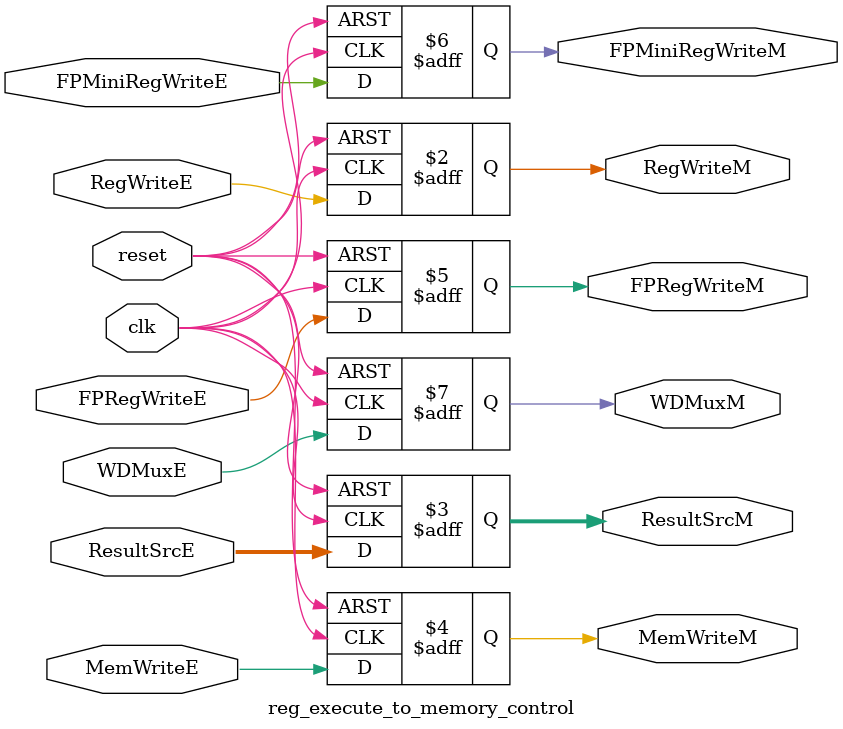
<source format=v>
module reg_execute_to_memory_control(
        input             clk,
        input             reset,

        // --------- CONTROL desde etapa E ---------
        input             RegWriteE,
        input      [1:0]  ResultSrcE,
        input             MemWriteE,
        input FPRegWriteE,  // NUEVO

        // --------- CONTROL hacia etapa M --------
        output reg        RegWriteM,
        output reg [1:0]  ResultSrcM,
        output reg        MemWriteM,
        output reg FPRegWriteM,  // NUEVO

        input FPMiniRegWriteE,  // NUEVO
        output reg FPMiniRegWriteM,  // NUEVO
        input WDMuxE,
        output reg WDMuxM

    );

    always @ (posedge clk or posedge reset) begin
        if (reset) begin
            // CONTROL
            RegWriteM  <= 1'b0;
            ResultSrcM <= 2'b0;
            MemWriteM  <= 1'b0;
            FPRegWriteM <= 0;
            FPMiniRegWriteM <= 0;
            WDMuxM <= 0;

        end
        else begin
            // CONTROL
            RegWriteM  <= RegWriteE;
            ResultSrcM <= ResultSrcE;
            MemWriteM  <= MemWriteE;
            FPRegWriteM <= FPRegWriteE;
            FPMiniRegWriteM <= FPMiniRegWriteE;
            WDMuxM <= WDMuxE;
        end
    end

endmodule

</source>
